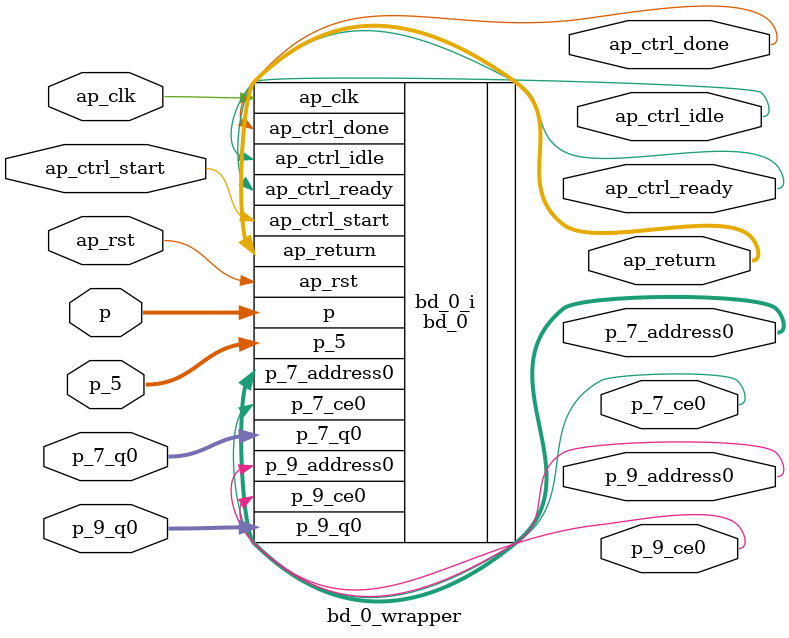
<source format=v>
`timescale 1 ps / 1 ps

module bd_0_wrapper
   (ap_clk,
    ap_ctrl_done,
    ap_ctrl_idle,
    ap_ctrl_ready,
    ap_ctrl_start,
    ap_return,
    ap_rst,
    p,
    p_5,
    p_7_address0,
    p_7_ce0,
    p_7_q0,
    p_9_address0,
    p_9_ce0,
    p_9_q0);
  input ap_clk;
  output ap_ctrl_done;
  output ap_ctrl_idle;
  output ap_ctrl_ready;
  input ap_ctrl_start;
  output [63:0]ap_return;
  input ap_rst;
  input [31:0]p;
  input [63:0]p_5;
  output [6:0]p_7_address0;
  output p_7_ce0;
  input [7:0]p_7_q0;
  output [0:0]p_9_address0;
  output p_9_ce0;
  input [63:0]p_9_q0;

  wire ap_clk;
  wire ap_ctrl_done;
  wire ap_ctrl_idle;
  wire ap_ctrl_ready;
  wire ap_ctrl_start;
  wire [63:0]ap_return;
  wire ap_rst;
  wire [31:0]p;
  wire [63:0]p_5;
  wire [6:0]p_7_address0;
  wire p_7_ce0;
  wire [7:0]p_7_q0;
  wire [0:0]p_9_address0;
  wire p_9_ce0;
  wire [63:0]p_9_q0;

  bd_0 bd_0_i
       (.ap_clk(ap_clk),
        .ap_ctrl_done(ap_ctrl_done),
        .ap_ctrl_idle(ap_ctrl_idle),
        .ap_ctrl_ready(ap_ctrl_ready),
        .ap_ctrl_start(ap_ctrl_start),
        .ap_return(ap_return),
        .ap_rst(ap_rst),
        .p(p),
        .p_5(p_5),
        .p_7_address0(p_7_address0),
        .p_7_ce0(p_7_ce0),
        .p_7_q0(p_7_q0),
        .p_9_address0(p_9_address0),
        .p_9_ce0(p_9_ce0),
        .p_9_q0(p_9_q0));
endmodule

</source>
